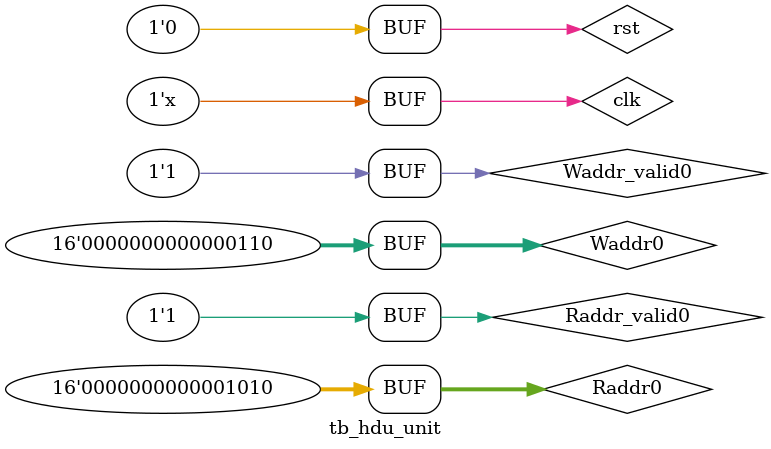
<source format=v>


module tb_hdu_unit;
    parameter DATA = 1;
    parameter ADDR_W = 16;
    parameter CLK_CYCLE = 10;
    parameter Bank_Num_W = 5;
    
    reg clk;
	reg rst;
	reg [ADDR_W-1:0] Raddr0;
	reg [ADDR_W-1:0] Waddr0;
	reg Raddr_valid0;
	reg Waddr_valid0;
	//wire  flag_valid;
	//wire  flag;
	wire    stall_signal;
    
    always #(0.5 * CLK_CYCLE) clk = ~ clk;
     
    hdux1 #(
        .ADDR_W(ADDR_W),
        .Bank_Num_W(Bank_Num_W)
    )
    DUT(
        .clk(clk),
        .rst(rst),
        .Raddr0(Raddr0),
        .Waddr0(Waddr0),
        .Raddr_valid0(Raddr_valid0),
        .Waddr_valid0(Waddr_valid0),
        //.flag_valid(flag_valid),
        //.flag(flag)
        .stall_signal(stall_signal)
    );
    
    initial
    begin: test
        clk = 1;
        rst = 1;
        #(3.5 * CLK_CYCLE);
        rst = 0;
        Raddr0 = 16'd10;
        Raddr_valid0 = 1;
        Waddr0 = 16'd5;
        Waddr_valid0 = 1;
        #(CLK_CYCLE);
        Raddr0 = 16'd10;
        Raddr_valid0 = 1;
        Waddr0 = 16'd6;
        Waddr_valid0 = 1;
    end

endmodule

</source>
